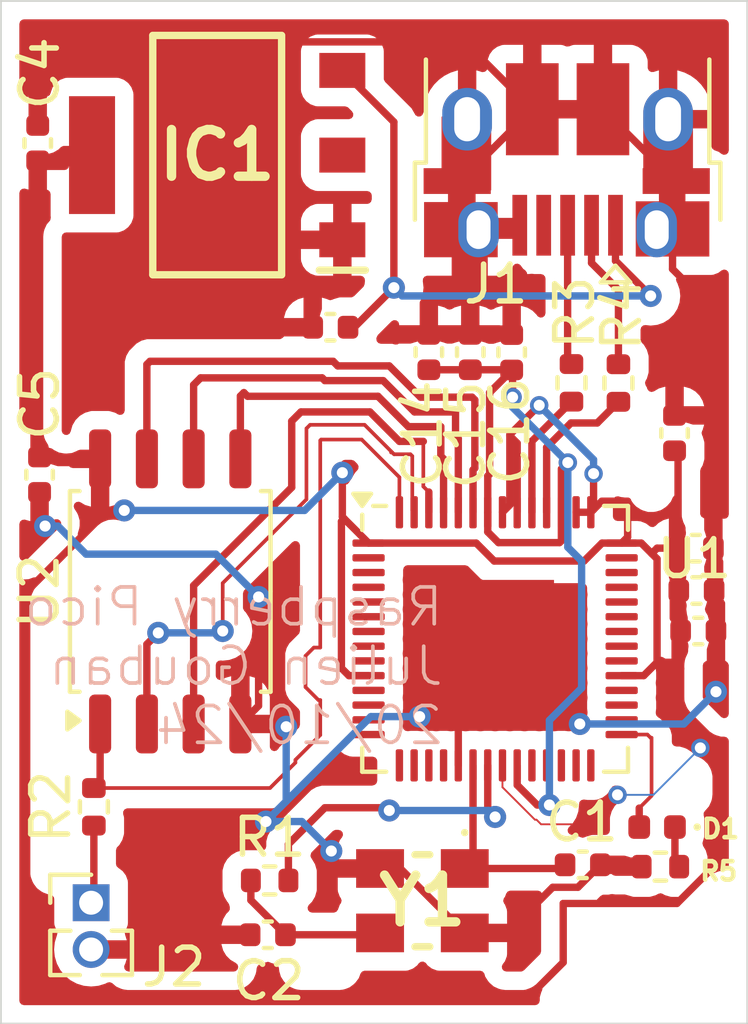
<source format=kicad_pcb>
(kicad_pcb (version 20240108) (generator "pcbnew") (generator_version "8.0")
  (layers (0 "F.Cu" signal) (31 "B.Cu" signal) (34 "B.Paste" user) (35 "F.Paste" user) (36 "B.SilkS" user "B.Silkscreen") (37 "F.SilkS" user "F.Silkscreen") (38 "B.Mask" user) (39 "F.Mask" user) (44 "Edge.Cuts" user))
  (net 0 "")
  (net 1 "/XIN")
  (net 2 "GND")
  (net 3 "Net-(Y1-CRYSTAL_2)")
  (net 4 "/VBus")
  (net 5 "+3.3V")
  (net 6 "+1V1")
  (net 7 "/GPIO18")
  (net 8 "Net-(D1-K)")
  (net 9 "/USB_D+")
  (net 10 "/USB_D-")
  (net 12 "/USB_BOOT")
  (net 13 "/XOUT")
  (net 14 "/QSPI_SS")
  (net 15 "Net-(U1-USB_DP)")
  (net 16 "Net-(U1-USB_DM)")
  (net 18 "/SWCLK")
  (net 21 "/QSPI_SCLK")
  (net 23 "/QSPI_SD2")
  (net 26 "/QSPI_SD1")
  (net 33 "/RUN")
  (net 39 "/QSPI_SD3")
  (net 45 "/SWD")
  (net 53 "/QSPI_SD0")
  (footprint "Resistor_SMD:R_0402_1005Metric" (layer "F.Cu") (at 28.5 23.215 -90)
    (property "Reference" "R4" (at -1.865 -0.0875 90) (layer "F.SilkS"))
    (property "Value" "27ohms" (hide yes))
    (pad "1" smd roundrect (at -0.51 0 270) (size 0.54 0.64) (layers "F.Cu" "F.Paste" "F.Mask") (net 10 "/USB_D-"))
    (pad "2" smd roundrect (at 0.51 0 270) (size 0.54 0.64) (layers "F.Cu" "F.Paste" "F.Mask") (net 16 "Net-(U1-USB_DM)"))
  )
  (footprint "Crystal ABM8:ABM8272T3" (layer "F.Cu") (at 23.175 37.275 180)
    (property "Reference" "Y1" (at 0 0 0) (layer "F.SilkS") (effects (font (size 1.27 1.27) (thickness 0.254))))
    (property "Value" "ABM8-272-T3" (hide yes))
    (pad "1" smd rect (at -1.15 0.875 270) (size 1.05 1.3) (layers "F.Cu" "F.Paste" "F.Mask") (net 1 "/XIN"))
    (pad "2" smd rect (at 1.15 0.875 270) (size 1.05 1.3) (layers "F.Cu" "F.Paste" "F.Mask") (net 2 "GND"))
    (pad "3" smd rect (at 1.15 -0.875 270) (size 1.05 1.3) (layers "F.Cu" "F.Paste" "F.Mask") (net 3 "Net-(Y1-CRYSTAL_2)"))
    (pad "4" smd rect (at -1.15 -0.875 270) (size 1.05 1.3) (layers "F.Cu" "F.Paste" "F.Mask") (net 2 "GND"))
  )
  (footprint "Capacitor_SMD:C_0402_1005Metric" (layer "F.Cu") (at 12.725 16.7 90)
    (property "Reference" "C4" (at 1.895 0.05 90) (layer "F.SilkS"))
    (property "Value" "10uf" (hide yes))
    (pad "1" smd roundrect (at -0.48 0 90) (size 0.56 0.62) (layers "F.Cu" "F.Paste" "F.Mask") (net 5 "+3.3V"))
    (pad "2" smd roundrect (at 0.48 0 90) (size 0.56 0.62) (layers "F.Cu" "F.Paste" "F.Mask") (net 2 "GND"))
  )
  (footprint "Capacitor_SMD:C_0402_1005Metric" (layer "F.Cu") (at 27.53 36.3)
    (property "Reference" "C1" (at -0.025 -1.16 0) (layer "F.SilkS"))
    (property "Value" "15pf" (hide yes))
    (pad "1" smd roundrect (at -0.48 0) (size 0.56 0.62) (layers "F.Cu" "F.Paste" "F.Mask") (net 1 "/XIN"))
    (pad "2" smd roundrect (at 0.48 0) (size 0.56 0.62) (layers "F.Cu" "F.Paste" "F.Mask") (net 2 "GND"))
  )
  (footprint "Resistor_SMD:R_0402_1005Metric" (layer "F.Cu") (at 29.64 36.35)
    (property "Reference" "R5" (at 1.585 0.125 0) (layer "F.SilkS") (effects (font (size 0.5 0.5) (thickness 0.125))))
    (property "Value" "220ohms" (hide yes))
    (pad "1" smd roundrect (at -0.51 0) (size 0.54 0.64) (layers "F.Cu" "F.Paste" "F.Mask") (net 2 "GND"))
    (pad "2" smd roundrect (at 0.51 0) (size 0.54 0.64) (layers "F.Cu" "F.Paste" "F.Mask") (net 8 "Net-(D1-K)"))
  )
  (footprint "Capacitor_SMD:C_0402_1005Metric" (layer "F.Cu") (at 30.67 29.95)
    (property "Reference" "C7" (hide yes))
    (property "Value" "100nf" (hide yes))
    (pad "1" smd roundrect (at -0.48 0) (size 0.56 0.62) (layers "F.Cu" "F.Paste" "F.Mask") (net 5 "+3.3V"))
    (pad "2" smd roundrect (at 0.48 0) (size 0.56 0.62) (layers "F.Cu" "F.Paste" "F.Mask") (net 2 "GND"))
  )
  (footprint "Resistor_SMD:R_0402_1005Metric" (layer "F.Cu") (at 27.225 23.21 -90)
    (property "Reference" "R3" (at -1.905 -0.0875 90) (layer "F.SilkS"))
    (property "Value" "27ohms" (hide yes))
    (pad "1" smd roundrect (at -0.51 0 270) (size 0.54 0.64) (layers "F.Cu" "F.Paste" "F.Mask") (net 9 "/USB_D+"))
    (pad "2" smd roundrect (at 0.51 0 270) (size 0.54 0.64) (layers "F.Cu" "F.Paste" "F.Mask") (net 15 "Net-(U1-USB_DP)"))
  )
  (footprint "Connector_USB:USB_Micro-B_Amphenol_10103594-0001LF_Horizontal" (layer "F.Cu") (at 27.095 17.165 180)
    (property "Reference" "J1" (at 1.925 -3.365 0) (layer "F.SilkS"))
    (property "Value" "USB_B_Micro" (hide yes))
    (pad "1" smd rect (at -1.325 -1.765 270) (size 1.65 0.4) (layers "F.Cu" "F.Paste" "F.Mask") (net 4 "/VBus"))
    (pad "2" smd rect (at -0.675 -1.765 270) (size 1.65 0.4) (layers "F.Cu" "F.Paste" "F.Mask") (net 10 "/USB_D-"))
    (pad "3" smd rect (at -0.025 -1.765 270) (size 1.65 0.4) (layers "F.Cu" "F.Paste" "F.Mask") (net 9 "/USB_D+"))
    (pad "4" smd rect (at 0.625 -1.765 270) (size 1.65 0.4) (layers "F.Cu" "F.Paste" "F.Mask"))
    (pad "5" smd rect (at 1.275 -1.765 270) (size 1.65 0.4) (layers "F.Cu" "F.Paste" "F.Mask") (net 2 "GND"))
    (pad "6" smd rect (at -2.975 -0.565 180) (size 1.825 0.7) (layers "F.Cu" "F.Paste" "F.Mask") (net 2 "GND"))
    (pad "6" smd rect (at -2.875 -1.865 180) (size 2 1.5) (layers "F.Cu" "F.Paste" "F.Mask") (net 2 "GND"))
    (pad "6" smd rect (at -2.755 0.185 180) (size 1.35 2) (layers "F.Cu" "F.Paste" "F.Mask") (net 2 "GND"))
    (pad "6" thru_hole oval (at -2.755 1.115 270) (size 1.7 1.35) (drill oval 1.2 0.7) (layers "*.Cu" "*.Mask") (net 2 "GND"))
    (pad "6" thru_hole oval (at -2.445 -1.885 270) (size 1.5 1.1) (drill oval 1.05 0.65) (layers "*.Cu" "*.Mask") (net 2 "GND"))
    (pad "6" smd rect (at -0.985 1.385 270) (size 2.5 1.43) (layers "F.Cu" "F.Paste" "F.Mask") (net 2 "GND"))
    (pad "6" smd rect (at 0.935 1.385 270) (size 2.5 1.43) (layers "F.Cu" "F.Paste" "F.Mask") (net 2 "GND"))
    (pad "6" thru_hole oval (at 2.395 -1.885 270) (size 1.5 1.1) (drill oval 1.05 0.65) (layers "*.Cu" "*.Mask") (net 2 "GND"))
    (pad "6" thru_hole oval (at 2.705 1.115 270) (size 1.7 1.35) (drill oval 1.2 0.7) (layers "*.Cu" "*.Mask") (net 2 "GND"))
    (pad "6" smd rect (at 2.725 0.185 180) (size 1.35 2) (layers "F.Cu" "F.Paste" "F.Mask") (net 2 "GND"))
    (pad "6" smd rect (at 2.875 -1.885 180) (size 2 1.5) (layers "F.Cu" "F.Paste" "F.Mask") (net 2 "GND"))
    (pad "6" smd rect (at 2.975 -0.565 180) (size 1.825 0.7) (layers "F.Cu" "F.Paste" "F.Mask") (net 2 "GND"))
  )
  (footprint "Capacitor_SMD:C_0402_1005Metric" (layer "F.Cu") (at 20.675 21.7 180)
    (property "Reference" "C3" (hide yes))
    (property "Value" "10uf" (hide yes))
    (pad "1" smd roundrect (at -0.48 0 180) (size 0.56 0.62) (layers "F.Cu" "F.Paste" "F.Mask") (net 4 "/VBus"))
    (pad "2" smd roundrect (at 0.48 0 180) (size 0.56 0.62) (layers "F.Cu" "F.Paste" "F.Mask") (net 2 "GND"))
  )
  (footprint "Capacitor_SMD:C_0402_1005Metric" (layer "F.Cu") (at 30.025 24.575 90)
    (property "Reference" "C13" (hide yes))
    (property "Value" "1uf" (hide yes))
    (pad "1" smd roundrect (at -0.48 0 90) (size 0.56 0.62) (layers "F.Cu" "F.Paste" "F.Mask") (net 5 "+3.3V"))
    (pad "2" smd roundrect (at 0.48 0 90) (size 0.56 0.62) (layers "F.Cu" "F.Paste" "F.Mask") (net 2 "GND"))
  )
  (footprint "LED_SMD:LED_0402_1005Metric" (layer "F.Cu") (at 29.55 35.275 180)
    (property "Reference" "D1" (at -1.725 -0.05 0) (layer "F.SilkS") (effects (font (size 0.5 0.5) (thickness 0.125))))
    (property "Value" "LD274" (hide yes))
    (pad "1" smd roundrect (at -0.485 0 180) (size 0.59 0.64) (layers "F.Cu" "F.Paste" "F.Mask") (net 8 "Net-(D1-K)"))
    (pad "2" smd roundrect (at 0.485 0 180) (size 0.59 0.64) (layers "F.Cu" "F.Paste" "F.Mask") (net 7 "/GPIO18"))
  )
  (footprint "Capacitor_SMD:C_0402_1005Metric" (layer "F.Cu") (at 25.6 22.38 90)
    (property "Reference" "C16" (at -2.145 -0.05 90) (layer "F.SilkS"))
    (property "Value" "100nf" (hide yes))
    (pad "1" smd roundrect (at -0.48 0 90) (size 0.56 0.62) (layers "F.Cu" "F.Paste" "F.Mask") (net 6 "+1V1"))
    (pad "2" smd roundrect (at 0.48 0 90) (size 0.56 0.62) (layers "F.Cu" "F.Paste" "F.Mask") (net 2 "GND"))
  )
  (footprint "Resistor_SMD:R_0402_1005Metric" (layer "F.Cu") (at 14.25 34.725 90)
    (property "Reference" "R2" (at 0 -1.17 90) (layer "F.SilkS"))
    (property "Value" "1K" (hide yes))
    (pad "1" smd roundrect (at -0.51 0 90) (size 0.54 0.64) (layers "F.Cu" "F.Paste" "F.Mask") (net 12 "/USB_BOOT"))
    (pad "2" smd roundrect (at 0.51 0 90) (size 0.54 0.64) (layers "F.Cu" "F.Paste" "F.Mask") (net 14 "/QSPI_SS"))
  )
  (footprint "NCP1117:SOT230P700X180-4N" (layer "F.Cu") (at 17.6 17.025 180)
    (property "Reference" "IC1" (at 0 0 0) (layer "F.SilkS") (effects (font (size 1.27 1.27) (thickness 0.254))))
    (property "Value" "NCP1117ST33T3G" (hide yes))
    (pad "1" smd rect (at -3.4 -2.3 270) (size 0.95 1.25) (layers "F.Cu" "F.Paste" "F.Mask") (net 2 "GND"))
    (pad "2" smd rect (at -3.4 0 270) (size 0.95 1.25) (layers "F.Cu" "F.Paste" "F.Mask"))
    (pad "3" smd rect (at -3.4 2.3 270) (size 0.95 1.25) (layers "F.Cu" "F.Paste" "F.Mask") (net 4 "/VBus"))
    (pad "4" smd rect (at 3.4 0 180) (size 1.25 3.2) (layers "F.Cu" "F.Paste" "F.Mask") (net 5 "+3.3V"))
  )
  (footprint "Capacitor_SMD:C_0402_1005Metric" (layer "F.Cu") (at 23.35 22.375 90)
    (property "Reference" "C14" (at -2.23 -0.175 90) (layer "F.SilkS"))
    (property "Value" "1uf" (hide yes))
    (pad "1" smd roundrect (at -0.48 0 90) (size 0.56 0.62) (layers "F.Cu" "F.Paste" "F.Mask") (net 6 "+1V1"))
    (pad "2" smd roundrect (at 0.48 0 90) (size 0.56 0.62) (layers "F.Cu" "F.Paste" "F.Mask") (net 2 "GND"))
  )
  (footprint "Capacitor_SMD:C_0402_1005Metric" (layer "F.Cu") (at 24.475 22.375 90)
    (property "Reference" "C15" (at -2.25 -0.125 90) (layer "F.SilkS"))
    (property "Value" "100nf" (hide yes))
    (pad "1" smd roundrect (at -0.48 0 90) (size 0.56 0.62) (layers "F.Cu" "F.Paste" "F.Mask") (net 6 "+1V1"))
    (pad "2" smd roundrect (at 0.48 0 90) (size 0.56 0.62) (layers "F.Cu" "F.Paste" "F.Mask") (net 2 "GND"))
  )
  (footprint "Package_SO:SOIC-8_5.23x5.23mm_P1.27mm" (layer "F.Cu") (at 16.325 28.875 90)
    (property "Reference" "U2" (at 0 -3.56 90) (layer "F.SilkS"))
    (property "Value" "W25Q128JVS" (hide yes))
    (pad "1" smd roundrect (at -3.6 -1.905 90) (size 1.6 0.6) (layers "F.Cu" "F.Paste" "F.Mask") (net 14 "/QSPI_SS"))
    (pad "2" smd roundrect (at -3.6 -0.635 90) (size 1.6 0.6) (layers "F.Cu" "F.Paste" "F.Mask") (net 26 "/QSPI_SD1"))
    (pad "3" smd roundrect (at -3.6 0.635 90) (size 1.6 0.6) (layers "F.Cu" "F.Paste" "F.Mask") (net 23 "/QSPI_SD2"))
    (pad "4" smd roundrect (at -3.6 1.905 90) (size 1.6 0.6) (layers "F.Cu" "F.Paste" "F.Mask") (net 2 "GND"))
    (pad "5" smd roundrect (at 3.6 1.905 90) (size 1.6 0.6) (layers "F.Cu" "F.Paste" "F.Mask") (net 53 "/QSPI_SD0"))
    (pad "6" smd roundrect (at 3.6 0.635 90) (size 1.6 0.6) (layers "F.Cu" "F.Paste" "F.Mask") (net 21 "/QSPI_SCLK"))
    (pad "7" smd roundrect (at 3.6 -0.635 90) (size 1.6 0.6) (layers "F.Cu" "F.Paste" "F.Mask") (net 39 "/QSPI_SD3"))
    (pad "8" smd roundrect (at 3.6 -1.905 90) (size 1.6 0.6) (layers "F.Cu" "F.Paste" "F.Mask") (net 5 "+3.3V"))
  )
  (footprint "Capacitor_SMD:C_0402_1005Metric" (layer "F.Cu") (at 12.775 25.705 -90)
    (property "Reference" "C5" (at -1.925 0 90) (layer "F.SilkS"))
    (property "Value" "100nf" (hide yes))
    (pad "1" smd roundrect (at -0.48 0 270) (size 0.56 0.62) (layers "F.Cu" "F.Paste" "F.Mask") (net 5 "+3.3V"))
    (pad "2" smd roundrect (at 0.48 0 270) (size 0.56 0.62) (layers "F.Cu" "F.Paste" "F.Mask") (net 2 "GND"))
  )
  (footprint "Resistor_SMD:R_0402_1005Metric" (layer "F.Cu") (at 19.025 36.725)
    (property "Reference" "R1" (at 0 -1.17 0) (layer "F.SilkS"))
    (property "Value" "1K" (hide yes))
    (pad "1" smd roundrect (at -0.51 0) (size 0.54 0.64) (layers "F.Cu" "F.Paste" "F.Mask") (net 3 "Net-(Y1-CRYSTAL_2)"))
    (pad "2" smd roundrect (at 0.51 0) (size 0.54 0.64) (layers "F.Cu" "F.Paste" "F.Mask") (net 13 "/XOUT"))
  )
  (footprint "Package_DFN_QFN:QFN-56-1EP_7x7mm_P0.4mm_EP3.2x3.2mm" (layer "F.Cu") (at 25.15 30.1625)
    (property "Reference" "U1" (at 5.4125 -2.175 0) (layer "F.SilkS"))
    (property "Value" "RP2040" (hide yes))
    (pad "1" smd roundrect (at -3.4375 -2.6) (size 0.875 0.2) (layers "F.Cu" "F.Paste" "F.Mask") (net 5 "+3.3V"))
    (pad "2" smd roundrect (at -3.4375 -2.2) (size 0.875 0.2) (layers "F.Cu" "F.Paste" "F.Mask"))
    (pad "3" smd roundrect (at -3.4375 -1.8) (size 0.875 0.2) (layers "F.Cu" "F.Paste" "F.Mask"))
    (pad "4" smd roundrect (at -3.4375 -1.4) (size 0.875 0.2) (layers "F.Cu" "F.Paste" "F.Mask"))
    (pad "5" smd roundrect (at -3.4375 -1) (size 0.875 0.2) (layers "F.Cu" "F.Paste" "F.Mask"))
    (pad "6" smd roundrect (at -3.4375 -0.6) (size 0.875 0.2) (layers "F.Cu" "F.Paste" "F.Mask"))
    (pad "7" smd roundrect (at -3.4375 -0.2) (size 0.875 0.2) (layers "F.Cu" "F.Paste" "F.Mask"))
    (pad "8" smd roundrect (at -3.4375 0.2) (size 0.875 0.2) (layers "F.Cu" "F.Paste" "F.Mask"))
    (pad "9" smd roundrect (at -3.4375 0.6) (size 0.875 0.2) (layers "F.Cu" "F.Paste" "F.Mask"))
    (pad "10" smd roundrect (at -3.4375 1) (size 0.875 0.2) (layers "F.Cu" "F.Paste" "F.Mask") (net 5 "+3.3V"))
    (pad "11" smd roundrect (at -3.4375 1.4) (size 0.875 0.2) (layers "F.Cu" "F.Paste" "F.Mask"))
    (pad "12" smd roundrect (at -3.4375 1.8) (size 0.875 0.2) (layers "F.Cu" "F.Paste" "F.Mask"))
    (pad "13" smd roundrect (at -3.4375 2.2) (size 0.875 0.2) (layers "F.Cu" "F.Paste" "F.Mask"))
    (pad "14" smd roundrect (at -3.4375 2.6) (size 0.875 0.2) (layers "F.Cu" "F.Paste" "F.Mask"))
    (pad "15" smd roundrect (at -2.6 3.4375) (size 0.2 0.875) (layers "F.Cu" "F.Paste" "F.Mask"))
    (pad "16" smd roundrect (at -2.2 3.4375) (size 0.2 0.875) (layers "F.Cu" "F.Paste" "F.Mask"))
    (pad "17" smd roundrect (at -1.8 3.4375) (size 0.2 0.875) (layers "F.Cu" "F.Paste" "F.Mask"))
    (pad "18" smd roundrect (at -1.4 3.4375) (size 0.2 0.875) (layers "F.Cu" "F.Paste" "F.Mask"))
    (pad "19" smd roundrect (at -1 3.4375) (size 0.2 0.875) (layers "F.Cu" "F.Paste" "F.Mask") (net 2 "GND"))
    (pad "20" smd roundrect (at -0.6 3.4375) (size 0.2 0.875) (layers "F.Cu" "F.Paste" "F.Mask") (net 1 "/XIN"))
    (pad "21" smd roundrect (at -0.2 3.4375) (size 0.2 0.875) (layers "F.Cu" "F.Paste" "F.Mask") (net 13 "/XOUT"))
    (pad "22" smd roundrect (at 0.2 3.4375) (size 0.2 0.875) (layers "F.Cu" "F.Paste" "F.Mask") (net 5 "+3.3V"))
    (pad "23" smd roundrect (at 0.6 3.4375) (size 0.2 0.875) (layers "F.Cu" "F.Paste" "F.Mask") (net 6 "+1V1"))
    (pad "24" smd roundrect (at 1 3.4375) (size 0.2 0.875) (layers "F.Cu" "F.Paste" "F.Mask") (net 18 "/SWCLK"))
    (pad "25" smd roundrect (at 1.4 3.4375) (size 0.2 0.875) (layers "F.Cu" "F.Paste" "F.Mask") (net 45 "/SWD"))
    (pad "26" smd roundrect (at 1.8 3.4375) (size 0.2 0.875) (layers "F.Cu" "F.Paste" "F.Mask") (net 33 "/RUN"))
    (pad "27" smd roundrect (at 2.2 3.4375) (size 0.2 0.875) (layers "F.Cu" "F.Paste" "F.Mask"))
    (pad "28" smd roundrect (at 2.6 3.4375) (size 0.2 0.875) (layers "F.Cu" "F.Paste" "F.Mask"))
    (pad "29" smd roundrect (at 3.4375 2.6) (size 0.875 0.2) (layers "F.Cu" "F.Paste" "F.Mask") (net 7 "/GPIO18"))
    (pad "30" smd roundrect (at 3.4375 2.2) (size 0.875 0.2) (layers "F.Cu" "F.Paste" "F.Mask"))
    (pad "31" smd roundrect (at 3.4375 1.8) (size 0.875 0.2) (layers "F.Cu" "F.Paste" "F.Mask"))
    (pad "32" smd roundrect (at 3.4375 1.4) (size 0.875 0.2) (layers "F.Cu" "F.Paste" "F.Mask"))
    (pad "33" smd roundrect (at 3.4375 1) (size 0.875 0.2) (layers "F.Cu" "F.Paste" "F.Mask") (net 5 "+3.3V"))
    (pad "34" smd roundrect (at 3.4375 0.6) (size 0.875 0.2) (layers "F.Cu" "F.Paste" "F.Mask"))
    (pad "35" smd roundrect (at 3.4375 0.2) (size 0.875 0.2) (layers "F.Cu" "F.Paste" "F.Mask"))
    (pad "36" smd roundrect (at 3.4375 -0.2) (size 0.875 0.2) (layers "F.Cu" "F.Paste" "F.Mask"))
    (pad "37" smd roundrect (at 3.4375 -0.6) (size 0.875 0.2) (layers "F.Cu" "F.Paste" "F.Mask"))
    (pad "38" smd roundrect (at 3.4375 -1) (size 0.875 0.2) (layers "F.Cu" "F.Paste" "F.Mask"))
    (pad "39" smd roundrect (at 3.4375 -1.4) (size 0.875 0.2) (layers "F.Cu" "F.Paste" "F.Mask"))
    (pad "40" smd roundrect (at 3.4375 -1.8) (size 0.875 0.2) (layers "F.Cu" "F.Paste" "F.Mask"))
    (pad "41" smd roundrect (at 3.4375 -2.2) (size 0.875 0.2) (layers "F.Cu" "F.Paste" "F.Mask"))
    (pad "42" smd roundrect (at 3.4375 -2.6) (size 0.875 0.2) (layers "F.Cu" "F.Paste" "F.Mask") (net 5 "+3.3V"))
    (pad "43" smd roundrect (at 2.6 -3.4375) (size 0.2 0.875) (layers "F.Cu" "F.Paste" "F.Mask") (net 5 "+3.3V"))
    (pad "44" smd roundrect (at 2.2 -3.4375) (size 0.2 0.875) (layers "F.Cu" "F.Paste" "F.Mask") (net 5 "+3.3V"))
    (pad "45" smd roundrect (at 1.8 -3.4375) (size 0.2 0.875) (layers "F.Cu" "F.Paste" "F.Mask") (net 6 "+1V1"))
    (pad "46" smd roundrect (at 1.4 -3.4375) (size 0.2 0.875) (layers "F.Cu" "F.Paste" "F.Mask") (net 16 "Net-(U1-USB_DM)"))
    (pad "47" smd roundrect (at 1 -3.4375) (size 0.2 0.875) (layers "F.Cu" "F.Paste" "F.Mask") (net 15 "Net-(U1-USB_DP)"))
    (pad "48" smd roundrect (at 0.6 -3.4375) (size 0.2 0.875) (layers "F.Cu" "F.Paste" "F.Mask") (net 5 "+3.3V"))
    (pad "49" smd roundrect (at 0.2 -3.4375) (size 0.2 0.875) (layers "F.Cu" "F.Paste" "F.Mask") (net 5 "+3.3V"))
    (pad "50" smd roundrect (at -0.2 -3.4375) (size 0.2 0.875) (layers "F.Cu" "F.Paste" "F.Mask") (net 6 "+1V1"))
    (pad "51" smd roundrect (at -0.6 -3.4375) (size 0.2 0.875) (layers "F.Cu" "F.Paste" "F.Mask") (net 39 "/QSPI_SD3"))
    (pad "52" smd roundrect (at -1 -3.4375) (size 0.2 0.875) (layers "F.Cu" "F.Paste" "F.Mask") (net 21 "/QSPI_SCLK"))
    (pad "53" smd roundrect (at -1.4 -3.4375) (size 0.2 0.875) (layers "F.Cu" "F.Paste" "F.Mask") (net 53 "/QSPI_SD0"))
    (pad "54" smd roundrect (at -1.8 -3.4375) (size 0.2 0.875) (layers "F.Cu" "F.Paste" "F.Mask") (net 23 "/QSPI_SD2"))
    (pad "55" smd roundrect (at -2.2 -3.4375) (size 0.2 0.875) (layers "F.Cu" "F.Paste" "F.Mask") (net 26 "/QSPI_SD1"))
    (pad "56" smd roundrect (at -2.6 -3.4375) (size 0.2 0.875) (layers "F.Cu" "F.Paste" "F.Mask") (net 14 "/QSPI_SS"))
    (pad "57" smd rect (at 0 0) (size 3.2 3.2) (property pad_prop_heatsink) (layers "F.Cu" "F.Mask") (net 2 "GND"))
  )
  (footprint "Capacitor_SMD:C_0402_1005Metric" (layer "F.Cu") (at 30.6 27.7)
    (property "Reference" "C8" (hide yes))
    (property "Value" "100nf" (hide yes))
    (pad "1" smd roundrect (at -0.48 0) (size 0.56 0.62) (layers "F.Cu" "F.Paste" "F.Mask") (net 5 "+3.3V"))
    (pad "2" smd roundrect (at 0.48 0) (size 0.56 0.62) (layers "F.Cu" "F.Paste" "F.Mask") (net 2 "GND"))
  )
  (footprint "Capacitor_SMD:C_0402_1005Metric" (layer "F.Cu") (at 18.975 38.2)
    (property "Reference" "C2" (at 0.025 1.25 0) (layer "F.SilkS"))
    (property "Value" "15pf" (hide yes))
    (pad "1" smd roundrect (at -0.48 0) (size 0.56 0.62) (layers "F.Cu" "F.Paste" "F.Mask") (net 2 "GND"))
    (pad "2" smd roundrect (at 0.48 0) (size 0.56 0.62) (layers "F.Cu" "F.Paste" "F.Mask") (net 3 "Net-(Y1-CRYSTAL_2)"))
  )
  (footprint "Capacitor_SMD:C_0402_1005Metric" (layer "F.Cu") (at 30.62 28.85)
    (property "Reference" "C6" (hide yes))
    (property "Value" "100nf" (hide yes))
    (pad "1" smd roundrect (at -0.48 0) (size 0.56 0.62) (layers "F.Cu" "F.Paste" "F.Mask") (net 5 "+3.3V"))
    (pad "2" smd roundrect (at 0.48 0) (size 0.56 0.62) (layers "F.Cu" "F.Paste" "F.Mask") (net 2 "GND"))
  )
  (footprint "Connector_PinHeader_1.27mm:PinHeader_1x02_P1.27mm_Vertical" (layer "F.Cu") (at 14.175 37.33)
    (property "Reference" "J2" (at 2.25 1.75 0) (layer "F.SilkS"))
    (property "Value" "Conn_01x02" (hide yes))
    (pad "1" thru_hole rect (at 0 0) (size 1 1) (drill 0.65) (layers "*.Cu" "*.Mask") (net 12 "/USB_BOOT"))
    (pad "2" thru_hole oval (at 0 1.27) (size 1 1) (drill 0.65) (layers "*.Cu" "*.Mask") (net 2 "GND"))
  )
  (gr_rect (start 11.725 12.8375) (end 32 40.6125) (stroke (width 0.05)) (fill none) (layer "Edge.Cuts"))
  (gr_text "Raspberry Pico\nJulien Gouban\n20/10/24\n" (at 23.8 33.1 0) (layer "B.SilkS") (effects (font (size 1 1) (thickness 0.1)) (justify left bottom mirror)))
  (segment (start 26.95 36.4) (end 27.05 36.3) (width 0.2) (layer "F.Cu") (net 1))
  (segment (start 24.55 36.175) (end 24.55 33.6) (width 0.2) (layer "F.Cu") (net 1))
  (segment (start 24.325 36.4) (end 24.55 36.175) (width 0.2) (layer "F.Cu") (net 1))
  (segment (start 24.325 36.4) (end 26.95 36.4) (width 0.2) (layer "F.Cu") (net 1))
  (segment (start 29.28 16.98) (end 29.85 16.98) (width 0.2) (layer "F.Cu") (net 2))
  (segment (start 12.775 26.185) (end 12.775 26.95) (width 0.2) (layer "F.Cu") (net 2))
  (segment (start 23.205 21.75) (end 23.35 21.895) (width 0.2) (layer "F.Cu") (net 2))
  (segment (start 25.15 30.1625) (end 25.35 30.3625) (width 0.2) (layer "F.Cu") (net 2))
  (segment (start 18.6 19.475) (end 18.75 19.325) (width 0.2) (layer "F.Cu") (net 2))
  (segment (start 27.4 36.91) (end 26.715 36.91) (width 0.2) (layer "F.Cu") (net 2))
  (segment (start 18.725 31.98) (end 18.23 32.475) (width 0.2) (layer "F.Cu") (net 2))
  (segment (start 18.725 29.025) (end 18.725 31.98) (width 0.2) (layer "F.Cu") (net 2))
  (segment (start 22.575 36.4) (end 24.325 38.15) (width 0.2) (layer "F.Cu") (net 2))
  (segment (start 24.33 13.95) (end 19.175 13.95) (width 0.2) (layer "F.Cu") (net 2))
  (segment (start 26.16 15.78) (end 24.33 13.95) (width 0.2) (layer "F.Cu") (net 2))
  (segment (start 24.15 31.1625) (end 24.15 33.6) (width 0.2) (layer "F.Cu") (net 2))
  (segment (start 22.025 36.4) (end 22.575 36.4) (width 0.2) (layer "F.Cu") (net 2))
  (segment (start 24.96 16.98) (end 24.37 16.98) (width 0.2) (layer "F.Cu") (net 2))
  (segment (start 26.15 31.1625) (end 25.15 30.1625) (width 0.2) (layer "F.Cu") (net 2))
  (segment (start 12.775 26.95) (end 12.925 27.1) (width 0.2) (layer "F.Cu") (net 2))
  (segment (start 28.08 15.78) (end 29.28 16.98) (width 0.2) (layer "F.Cu") (net 2))
  (segment (start 28.01 36.3) (end 27.4 36.91) (width 0.2) (layer "F.Cu") (net 2))
  (segment (start 18.6 14.525) (end 18.6 19.475) (width 0.2) (layer "F.Cu") (net 2))
  (segment (start 19.175 13.95) (end 18.6 14.525) (width 0.2) (layer "F.Cu") (net 2))
  (segment (start 26.16 15.78) (end 24.96 16.98) (width 0.2) (layer "F.Cu") (net 2))
  (segment (start 29.97 19.03) (end 29.97 20.12) (width 0.2) (layer "F.Cu") (net 2))
  (segment (start 29.97 20.12) (end 30.875 21.025) (width 0.2) (layer "F.Cu") (net 2))
  (segment (start 31.105 29.775) (end 31.13 29.8) (width 0.2) (layer "F.Cu") (net 2))
  (segment (start 25.15 30.1625) (end 24.15 31.1625) (width 0.2) (layer "F.Cu") (net 2))
  (segment (start 26.715 36.91) (end 26.35 37.275) (width 0.2) (layer "F.Cu") (net 2))
  (segment (start 31.05 27.67) (end 31.08 27.7) (width 0.2) (layer "F.Cu") (net 2))
  (segment (start 18.75 19.325) (end 21 19.325) (width 0.2) (layer "F.Cu") (net 2))
  (segment (start 25.125 30.1375) (end 25.15 30.1625) (width 0.2) (layer "F.Cu") (net 2))
  (via (at 18.925 35.125) (size 0.6) (drill 0.3) (layers "F.Cu" "B.Cu") (net 2))
  (via (at 31.15 31.6) (size 0.6) (drill 0.3) (layers "F.Cu" "B.Cu") (net 2))
  (via (at 19.475 32.55) (size 0.6) (drill 0.3) (layers "F.Cu" "B.Cu") (net 2))
  (via (at 12.925 27.1) (size 0.6) (drill 0.3) (layers "F.Cu" "B.Cu") (net 2))
  (via (at 23.1 32.275) (size 0.6) (drill 0.3) (layers "F.Cu" "B.Cu") (net 2))
  (via (at 18.725 29.025) (size 0.6) (drill 0.3) (layers "F.Cu" "B.Cu") (net 2))
  (via (at 27.45 32.475) (size 0.6) (drill 0.3) (layers "F.Cu" "B.Cu") (net 2))
  (via (at 20.7 35.925) (size 0.6) (drill 0.3) (layers "F.Cu" "B.Cu") (net 2))
  (segment (start 19.475 32.55) (end 19.475 34.575) (width 0.2) (layer "B.Cu") (net 2))
  (segment (start 27.45 32.475) (end 30.275 32.475) (width 0.2) (layer "B.Cu") (net 2))
  (segment (start 12.925 27.1) (end 13.275 27.1) (width 0.2) (layer "B.Cu") (net 2))
  (segment (start 19.475 34.575) (end 18.925 35.125) (width 0.2) (layer "B.Cu") (net 2))
  (segment (start 19.9 35.125) (end 20.7 35.925) (width 0.2) (layer "B.Cu") (net 2))
  (segment (start 18.925 35.125) (end 19.9 35.125) (width 0.2) (layer "B.Cu") (net 2))
  (segment (start 14.0375 27.8625) (end 17.5625 27.8625) (width 0.2) (layer "B.Cu") (net 2))
  (segment (start 21.775 32.275) (end 19.475 34.575) (width 0.2) (layer "B.Cu") (net 2))
  (segment (start 30.275 32.475) (end 31.15 31.6) (width 0.2) (layer "B.Cu") (net 2))
  (segment (start 23.1 32.275) (end 21.775 32.275) (width 0.2) (layer "B.Cu") (net 2))
  (segment (start 13.275 27.1) (end 14.0375 27.8625) (width 0.2) (layer "B.Cu") (net 2))
  (segment (start 17.5625 27.8625) (end 18.725 29.025) (width 0.2) (layer "B.Cu") (net 2))
  (segment (start 21.975 38.2) (end 22.025 38.15) (width 0.2) (layer "F.Cu") (net 3))
  (segment (start 19.455 38.2) (end 21.975 38.2) (width 0.2) (layer "F.Cu") (net 3))
  (segment (start 18.515 37.26) (end 19.455 38.2) (width 0.2) (layer "F.Cu") (net 3))
  (segment (start 18.515 36.725) (end 18.515 37.26) (width 0.2) (layer "F.Cu") (net 3))
  (segment (start 22.4 20.625) (end 22.4 16.125) (width 0.2) (layer "F.Cu") (net 4))
  (segment (start 22.4 16.125) (end 21 14.725) (width 0.2) (layer "F.Cu") (net 4))
  (segment (start 28.42 19.895) (end 29.375 20.85) (width 0.2) (layer "F.Cu") (net 4))
  (segment (start 28.42 18.93) (end 28.42 19.895) (width 0.2) (layer "F.Cu") (net 4))
  (segment (start 21.155 21.7) (end 21.325 21.7) (width 0.2) (layer "F.Cu") (net 4))
  (segment (start 21.325 21.7) (end 22.4 20.625) (width 0.2) (layer "F.Cu") (net 4))
  (via (at 22.4 20.625) (size 0.6) (drill 0.3) (layers "F.Cu" "B.Cu") (net 4))
  (via (at 29.375 20.85) (size 0.6) (drill 0.3) (layers "F.Cu" "B.Cu") (net 4))
  (segment (start 22.625 20.85) (end 22.4 20.625) (width 0.2) (layer "B.Cu") (net 4))
  (segment (start 29.375 20.85) (end 22.625 20.85) (width 0.2) (layer "B.Cu") (net 4))
  (segment (start 14.42 26.88) (end 12.425 28.875) (width 0.2) (layer "F.Cu") (net 5))
  (segment (start 30.19 29.95) (end 30.19 30.975) (width 0.2) (layer "F.Cu") (net 5))
  (segment (start 30.19 32.035) (end 30.865 32.71) (width 0.2) (layer "F.Cu") (net 5))
  (segment (start 30.19 28.9) (end 30.14 28.85) (width 0.2) (layer "F.Cu") (net 5))
  (segment (start 27.675 35.2) (end 28.475 34.4) (width 0.05) (layer "F.Cu") (net 5))
  (segment (start 26.23152 35.075) (end 26.275 35.075) (width 0.05) (layer "F.Cu") (net 5))
  (segment (start 30.015 30.8) (end 30.19 30.975) (width 0.2) (layer "F.Cu") (net 5))
  (segment (start 20.975 26.975) (end 21.05 26.9) (width 0.2) (layer "F.Cu") (net 5))
  (segment (start 14.045 17.18) (end 14.2 17.025) (width 0.2) (layer "F.Cu") (net 5))
  (segment (start 28.05364 27.5625) (end 28.5875 27.5625) (width 0.2) (layer "F.Cu") (net 5))
  (segment (start 15.075 26.675) (end 14.445 26.675) (width 0.2) (layer "F.Cu") (net 5))
  (segment (start 26.15 39.8) (end 27 38.95) (width 0.2) (layer "F.Cu") (net 5))
  (segment (start 29.55 27.99114) (end 29.55 30.8) (width 0.2) (layer "F.Cu") (net 5))
  (segment (start 30.12 28.83) (end 30.14 28.85) (width 0.2) (layer "F.Cu") (net 5))
  (segment (start 27.56614 28.05) (end 28.05364 27.5625) (width 0.2) (layer "F.Cu") (net 5))
  (segment (start 31.155 36.283924) (end 31.155 33) (width 0.2) (layer "F.Cu") (net 5))
  (segment (start 30.865 32.71) (end 31.155 33) (width 0.2) (layer "F.Cu") (net 5))
  (segment (start 21.7125 31.1625) (end 21.17864 31.1625) (width 0.2) (layer "F.Cu") (net 5))
  (segment (start 30.09 27.67) (end 30.12 27.7) (width 0.2) (layer "F.Cu") (net 5))
  (segment (start 27.75 26.725) (end 28.05 26.425) (width 0.2) (layer "F.Cu") (net 5))
  (segment (start 25.55 24.65) (end 25.55 24.617182) (width 0.2) (layer "F.Cu") (net 5))
  (segment (start 27 37.35) (end 30.088924 37.35) (width 0.2) (layer "F.Cu") (net 5))
  (segment (start 28.05 26.425) (end 28.75 26.425) (width 0.2) (layer "F.Cu") (net 5))
  (segment (start 14.42 25.275) (end 14.42 26.65) (width 0.2) (layer "F.Cu") (net 5))
  (segment (start 12.775 25.225) (end 12.775 17.23) (width 0.2) (layer "F.Cu") (net 5))
  (segment (start 25.55 24.65) (end 25.55 26.525) (width 0.2) (layer "F.Cu") (net 5))
  (segment (start 26.275 35.075) (end 26.4 35.2) (width 0.05) (layer "F.Cu") (net 5))
  (segment (start 30.145 29.775) (end 30.17 29.8) (width 0.2) (layer "F.Cu") (net 5))
  (segment (start 12.775 17.23) (end 12.725 17.18) (width 0.2) (layer "F.Cu") (net 5))
  (segment (start 14.445 26.675) (end 14.42 26.65) (width 0.2) (layer "F.Cu") (net 5))
  (segment (start 25.35 34.19348) (end 26.23152 35.075) (width 0.05) (layer "F.Cu") (net 5))
  (segment (start 12.425 28.875) (end 12.425 39.85) (width 0.2) (layer "F.Cu") (net 5))
  (segment (start 21.05 26.9) (end 21.7125 27.5625) (width 0.2) (layer "F.Cu") (net 5))
  (segment (start 29.55 27.7) (end 29.40443 27.84557) (width 0.2) (layer "F.Cu") (net 5))
  (segment (start 28.5875 31.1625) (end 29.1875 31.1625) (width 0.2) (layer "F.Cu") (net 5))
  (segment (start 14.42 25.275) (end 12.825 25.275) (width 0.2) (layer "F.Cu") (net 5))
  (segment (start 25.55 26.525) (end 25.35 26.725) (width 0.2) (layer "F.Cu") (net 5))
  (segment (start 21 26.85) (end 21.05 26.9) (width 0.2) (layer "F.Cu") (net 5))
  (segment (start 27.825 25.675) (end 27.825 26.65) (width 0.2) (layer "F.Cu") (net 5))
  (segment (start 12.725 17.18) (end 14.045 17.18) (width 0.2) (layer "F.Cu") (net 5))
  (segment (start 12.475 39.8) (end 26.15 39.8) (width 0.2) (layer "F.Cu") (net 5))
  (segment (start 25.35 33.6) (end 25.35 34.19348) (width 0.05) (layer "F.Cu") (net 5))
  (segment (start 25.125 28.05) (end 27.56614 28.05) (width 0.2) (layer "F.Cu") (net 5))
  (segment (start 21.17864 31.1625) (end 20.975 30.95886) (width 0.2) (layer "F.Cu") (net 5))
  (segment (start 30.088924 37.35) (end 31.155 36.283924) (width 0.2) (layer "F.Cu") (net 5))
  (segment (start 29.12136 27.5625) (end 29.40443 27.84557) (width 0.2) (layer "F.Cu") (net 5))
  (segment (start 25.75 24.85) (end 25.75 26.725) (width 0.2) (layer "F.Cu") (net 5))
  (segment (start 30.12 27.7) (end 30.12 25.15) (width 0.2) (layer "F.Cu") (net 5))
  (segment (start 30.19 30.975) (end 30.19 32.035) (width 0.2) (layer "F.Cu") (net 5))
  (segment (start 29.55 30.8) (end 30.015 30.8) (width 0.2) (layer "F.Cu") (net 5))
  (segment (start 27.825 26.65) (end 27.75 26.725) (width 0.2) (layer "F.Cu") (net 5))
  (segment (start 14.42 26.65) (end 14.42 26.88) (width 0.2) (layer "F.Cu") (net 5))
  (segment (start 24.6375 27.5625) (end 25.125 28.05) (width 0.2) (layer "F.Cu") (net 5))
  (segment (start 12.425 39.85) (end 12.475 39.8) (width 0.2) (layer "F.Cu") (net 5))
  (segment (start 26.4 35.2) (end 27.675 35.2) (width 0.05) (layer "F.Cu") (net 5))
  (segment (start 30.725 33.125) (end 30.865 32.985) (width 0.2) (layer "F.Cu") (net 5))
  (segment (start 30.12 25.15) (end 30.025 25.055) (width 0.2) (layer "F.Cu") (net 5))
  (segment (start 30.865 32.985) (end 30.865 32.71) (width 0.2) (layer "F.Cu") (net 5))
  (segment (start 21 25.65) (end 21 26.85) (width 0.2) (layer "F.Cu") (net 5))
  (segment (start 30.19 29.95) (end 30.19 28.9) (width 0.2) (layer "F.Cu") (net 5))
  (segment (start 28.5875 27.5625) (end 29.12136 27.5625) (width 0.2) (layer "F.Cu") (net 5))
  (segment (start 27 38.95) (end 27 37.35) (width 0.2) (layer "F.Cu") (net 5))
  (segment (start 25.55 24.65) (end 25.75 24.85) (width 0.2) (layer "F.Cu") (net 5))
  (segment (start 30.12 27.7) (end 29.9825 27.5625) (width 0.2) (layer "F.Cu") (net 5))
  (segment (start 25.55 24.617182) (end 26.3475 23.819682) (width 0.2) (layer "F.Cu") (net 5))
  (segment (start 29.1875 31.1625) (end 29.55 30.8) (width 0.2) (layer "F.Cu") (net 5))
  (segment (start 21.7125 27.5625) (end 24.6375 27.5625) (width 0.2) (layer "F.Cu") (net 5))
  (segment (start 28.75 26.425) (end 28.75 27.4) (width 0.2) (layer "F.Cu") (net 5))
  (segment (start 20.975 30.95886) (end 20.975 26.975) (width 0.2) (layer "F.Cu") (net 5))
  (segment (start 27.35 26.725) (end 27.75 26.725) (width 0.2) (layer "F.Cu") (net 5))
  (segment (start 29.40443 27.84557) (end 29.55 27.99114) (width 0.2) (layer "F.Cu") (net 5))
  (segment (start 12.825 25.275) (end 12.775 25.225) (width 0.2) (layer "F.Cu") (net 5))
  (segment (start 30.12 27.7) (end 29.55 27.7) (width 0.2) (layer "F.Cu") (net 5))
  (segment (start 28.75 27.4) (end 28.5875 27.5625) (width 0.2) (layer "F.Cu") (net 5))
  (segment (start 30.12 27.7) (end 30.12 28.83) (width 0.2) (layer "F.Cu") (net 5))
  (via (at 30.725 33.125) (size 0.5) (drill 0.3) (layers "F.Cu" "B.Cu") (net 5))
  (via (at 26.3475 23.819682) (size 0.5) (drill 0.3) (layers "F.Cu" "B.Cu") (net 5))
  (via (at 21 25.65) (size 0.6) (drill 0.3) (layers "F.Cu" "B.Cu") (net 5))
  (via (at 28.475 34.4) (size 0.5) (drill 0.3) (layers "F.Cu" "B.Cu") (net 5))
  (via (at 15.075 26.675) (size 0.6) (drill 0.3) (layers "F.Cu" "B.Cu") (net 5))
  (via (at 27.825 25.675) (size 0.5) (drill 0.3) (layers "F.Cu" "B.Cu") (net 5))
  (segment (start 29.45 34.4) (end 30.725 33.125) (width 0.05) (layer "B.Cu") (net 5))
  (segment (start 28.475 34.4) (end 29.45 34.4) (width 0.05) (layer "B.Cu") (net 5))
  (segment (start 19.975 26.675) (end 21 25.65) (width 0.2) (layer "B.Cu") (net 5))
  (segment (start 26.3475 23.819682) (end 27.825 25.297182) (width 0.2) (layer "B.Cu") (net 5))
  (segment (start 27.825 25.297182) (end 27.825 25.675) (width 0.2) (layer "B.Cu") (net 5))
  (segment (start 15.075 26.675) (end 19.975 26.675) (width 0.2) (layer "B.Cu") (net 5))
  (segment (start 25 25.690685) (end 24.95 25.740686) (width 0.2) (layer "F.Cu") (net 6))
  (segment (start 26.95 27.5) (end 26.95 26.725) (width 0.2) (layer "F.Cu") (net 6))
  (segment (start 23.35 22.855) (end 24.475 22.855) (width 0.2) (layer "F.Cu") (net 6))
  (segment (start 26.29114 34.675) (end 25.75 34.13386) (width 0.2) (layer "F.Cu") (net 6))
  (segment (start 25.24114 27.55) (end 26.9 27.55) (width 0.2) (layer "F.Cu") (net 6))
  (segment (start 25.6 22.86) (end 25.6 22.875) (width 0.2) (layer "F.Cu") (net 6))
  (segment (start 26.9 27.55) (end 26.95 27.5) (width 0.2) (layer "F.Cu") (net 6))
  (segment (start 26.95 25.55) (end 26.95 26.725) (width 0.2) (layer "F.Cu") (net 6))
  (segment (start 24.475 22.855) (end 25.595 22.855) (width 0.2) (layer "F.Cu") (net 6))
  (segment (start 24.95 27.25886) (end 25.24114 27.55) (width 0.2) (layer "F.Cu") (net 6))
  (segment (start 27.125 25.375) (end 26.95 25.55) (width 0.2) (layer "F.Cu") (net 6))
  (segment (start 25.75 34.13386) (end 25.75 33.6) (width 0.2) (layer "F.Cu") (net 6))
  (segment (start 26.625 34.675) (end 26.29114 34.675) (width 0.2) (layer "F.Cu") (net 6))
  (segment (start 25.595 22.855) (end 25.6 22.86) (width 0.2) (layer "F.Cu") (net 6))
  (segment (start 24.95 26.725) (end 24.95 25.740686) (width 0.2) (layer "F.Cu") (net 6))
  (segment (start 25.6 22.875) (end 25 23.475) (width 0.2) (layer "F.Cu") (net 6))
  (segment (start 25 23.475) (end 25 25.690685) (width 0.2) (layer "F.Cu") (net 6))
  (segment (start 25.625 22.885) (end 25.6 22.86) (width 0.2) (layer "F.Cu") (net 6))
  (segment (start 25.625 23.6) (end 25.625 22.885) (width 0.2) (layer "F.Cu") (net 6))
  (segment (start 24.95 26.725) (end 24.95 27.25886) (width 0.2) (layer "F.Cu") (net 6))
  (via (at 26.625 34.675) (size 0.6) (drill 0.3) (layers "F.Cu" "B.Cu") (net 6))
  (via (at 25.625 23.6) (size 0.5) (drill 0.3) (layers "F.Cu" "B.Cu") (net 6))
  (via (at 27.125 25.375) (size 0.5) (drill 0.3) (layers "F.Cu" "B.Cu") (net 6))
  (segment (start 27.125 25.375) (end 25.625 23.875) (width 0.2) (layer "B.Cu") (net 6))
  (segment (start 26.625 34.675) (end 26.625 32.375) (width 0.2) (layer "B.Cu") (net 6))
  (segment (start 25.625 23.875) (end 25.625 23.6) (width 0.2) (layer "B.Cu") (net 6))
  (segment (start 27.5 31.5) (end 27.5 28.05) (width 0.2) (layer "B.Cu") (net 6))
  (segment (start 27.5 28.05) (end 27.125 27.675) (width 0.2) (layer "B.Cu") (net 6))
  (segment (start 27.125 27.675) (end 27.125 25.375) (width 0.2) (layer "B.Cu") (net 6))
  (segment (start 26.625 32.375) (end 27.5 31.5) (width 0.2) (layer "B.Cu") (net 6))
  (segment (start 29.4 34.425) (end 29.4 32.85) (width 0.1) (layer "F.Cu") (net 7))
  (segment (start 29.065 34.76) (end 29.4 34.425) (width 0.1) (layer "F.Cu") (net 7))
  (segment (start 29.065 35.275) (end 29.065 34.76) (width 0.2) (layer "F.Cu") (net 7))
  (segment (start 29.4 32.85) (end 29.375 32.85) (width 0.1) (layer "F.Cu") (net 7))
  (segment (start 29.375 32.85) (end 29.2875 32.7625) (width 0.1) (layer "F.Cu") (net 7))
  (segment (start 29.2875 32.7625) (end 28.5875 32.7625) (width 0.1) (layer "F.Cu") (net 7))
  (segment (start 30.035 36.235) (end 30.15 36.35) (width 0.2) (layer "F.Cu") (net 8))
  (segment (start 30.035 35.275) (end 30.035 36.235) (width 0.2) (layer "F.Cu") (net 8))
  (segment (start 27.12 18.93) (end 27.12 22.5) (width 0.2) (layer "F.Cu") (net 9))
  (segment (start 27.12 22.5) (end 27.325 22.705) (width 0.2) (layer "F.Cu") (net 9))
  (segment (start 27.77 18.93) (end 27.77 19.955) (width 0.2) (layer "F.Cu") (net 10))
  (segment (start 28.5 20.685) (end 28.5 22.705) (width 0.2) (layer "F.Cu") (net 10))
  (segment (start 27.77 19.955) (end 28.5 20.685) (width 0.2) (layer "F.Cu") (net 10))
  (segment (start 14.25 37.255) (end 14.175 37.33) (width 0.2) (layer "F.Cu") (net 12))
  (segment (start 14.25 35.235) (end 14.25 37.255) (width 0.2) (layer "F.Cu") (net 12))
  (segment (start 24.95 34.8) (end 24.95 33.6) (width 0.2) (layer "F.Cu") (net 13))
  (segment (start 19.535 35.74) (end 20.525 34.75) (width 0.2) (layer "F.Cu") (net 13))
  (segment (start 19.535 36.725) (end 19.535 35.74) (width 0.2) (layer "F.Cu") (net 13))
  (segment (start 22.2 34.75) (end 22.275 34.825) (width 0.2) (layer "F.Cu") (net 13))
  (segment (start 25.15 35) (end 24.95 34.8) (width 0.2) (layer "F.Cu") (net 13))
  (segment (start 20.525 34.75) (end 22.2 34.75) (width 0.2) (layer "F.Cu") (net 13))
  (via (at 22.275 34.825) (size 0.6) (drill 0.3) (layers "F.Cu" "B.Cu") (net 13))
  (via (at 25.15 35) (size 0.6) (drill 0.3) (layers "F.Cu" "B.Cu") (net 13))
  (segment (start 25.15 35) (end 24.975 34.825) (width 0.2) (layer "B.Cu") (net 13))
  (segment (start 24.975 34.825) (end 22.275 34.825) (width 0.2) (layer "B.Cu") (net 13))
  (segment (start 20.35 31.825) (end 20 31.475) (width 0.1) (layer "F.Cu") (net 14))
  (segment (start 22.55 25.775) (end 22.55 26.725) (width 0.1) (layer "F.Cu") (net 14))
  (segment (start 20.4 31.825) (end 20.35 31.825) (width 0.1) (layer "F.Cu") (net 14))
  (segment (start 20 30.625) (end 20.225 30.4) (width 0.1) (layer "F.Cu") (net 14))
  (segment (start 20.425 24.75) (end 21.525 24.75) (width 0.1) (layer "F.Cu") (net 14))
  (segment (start 19.725 33.45) (end 20.4 32.775) (width 0.1) (layer "F.Cu") (net 14))
  (segment (start 20.4 24.775) (end 20.425 24.75) (width 0.1) (layer "F.Cu") (net 14))
  (segment (start 14.25 34.215) (end 19.035 34.215) (width 0.1) (layer "F.Cu") (net 14))
  (segment (start 19.725 33.525) (end 19.725 33.45) (width 0.1) (layer "F.Cu") (net 14))
  (segment (start 21.525 24.75) (end 22.55 25.775) (width 0.1) (layer "F.Cu") (net 14))
  (segment (start 20 31.475) (end 20 30.625) (width 0.1) (layer "F.Cu") (net 14))
  (segment (start 19.035 34.215) (end 19.725 33.525) (width 0.1) (layer "F.Cu") (net 14))
  (segment (start 20.225 30.4) (end 20.4 30.4) (width 0.1) (layer "F.Cu") (net 14))
  (segment (start 20.4 32.775) (end 20.4 31.825) (width 0.1) (layer "F.Cu") (net 14))
  (segment (start 20.4 30.4) (end 20.4 24.775) (width 0.1) (layer "F.Cu") (net 14))
  (segment (start 14.42 32.475) (end 14.42 34.045) (width 0.2) (layer "F.Cu") (net 14))
  (segment (start 14.42 34.045) (end 14.25 34.215) (width 0.2) (layer "F.Cu") (net 14))
  (segment (start 27.225 23.72) (end 26.15 24.795) (width 0.2) (layer "F.Cu") (net 15))
  (segment (start 26.15 24.795) (end 26.15 26.725) (width 0.2) (layer "F.Cu") (net 15))
  (segment (start 27.210686 24.3) (end 27.925 24.3) (width 0.2) (layer "F.Cu") (net 16))
  (segment (start 26.55 24.960686) (end 27.210686 24.3) (width 0.2) (layer "F.Cu") (net 16))
  (segment (start 26.55 26.725) (end 26.55 24.960686) (width 0.2) (layer "F.Cu") (net 16))
  (segment (start 27.925 24.3) (end 28.5 23.725) (width 0.2) (layer "F.Cu") (net 16))
  (segment (start 20.45 23.075) (end 20.475 23.1) (width 0.2) (layer "F.Cu") (net 21))
  (segment (start 22.109314 23.15) (end 22.959314 24) (width 0.2) (layer "F.Cu") (net 21))
  (segment (start 20.525 23.15) (end 22.109314 23.15) (width 0.2) (layer "F.Cu") (net 21))
  (segment (start 17.15 23.075) (end 20.45 23.075) (width 0.2) (layer "F.Cu") (net 21))
  (segment (start 24.075 24) (end 24.075 24.65) (width 0.2) (layer "F.Cu") (net 21))
  (segment (start 24.075 24.65) (end 24.15 24.725) (width 0.2) (layer "F.Cu") (net 21))
  (segment (start 24.15 24.725) (end 24.15 26.725) (width 0.2) (layer "F.Cu") (net 21))
  (segment (start 20.45 23.075) (end 20.525 23.15) (width 0.2) (layer "F.Cu") (net 21))
  (segment (start 22.959314 24) (end 24.075 24) (width 0.2) (layer "F.Cu") (net 21))
  (segment (start 16.96 25.275) (end 16.96 23.265) (width 0.2) (layer "F.Cu") (net 21))
  (segment (start 16.96 23.265) (end 17.15 23.075) (width 0.2) (layer "F.Cu") (net 21))
  (segment (start 23.35 26.175) (end 23.35 26.725) (width 0.2) (layer "F.Cu") (net 23))
  (segment (start 19.875 24) (end 21.75 24) (width 0.2) (layer "F.Cu") (net 23))
  (segment (start 21.75 24) (end 22.55 24.8) (width 0.2) (layer "F.Cu") (net 23))
  (segment (start 16.96 28.715) (end 19.625 26.05) (width 0.2) (layer "F.Cu") (net 23))
  (segment (start 16.96 32.475) (end 16.96 28.715) (width 0.2) (layer "F.Cu") (net 23))
  (segment (start 19.625 26.05) (end 19.625 24.25) (width 0.2) (layer "F.Cu") (net 23))
  (segment (start 23.2 26.025) (end 23.35 26.175) (width 0.1) (layer "F.Cu") (net 23))
  (segment (start 22.55 24.8) (end 23.2 24.8) (width 0.2) (layer "F.Cu") (net 23))
  (segment (start 19.625 24.25) (end 19.875 24) (width 0.2) (layer "F.Cu") (net 23))
  (segment (start 23.2 24.8) (end 23.2 26.025) (width 0.1) (layer "F.Cu") (net 23))
  (segment (start 22.325 25.1) (end 22.355025 25.1) (width 0.1) (layer "F.Cu") (net 26))
  (segment (start 17.75 29.95) (end 17.75 28.65) (width 0.1) (layer "F.Cu") (net 26))
  (segment (start 22.355025 25.1) (end 22.405025 25.15) (width 0.1) (layer "F.Cu") (net 26))
  (segment (start 15.69 30.31) (end 16 30) (width 0.2) (layer "F.Cu") (net 26))
  (segment (start 17.75 28.65) (end 20.025 26.375) (width 0.1) (layer "F.Cu") (net 26))
  (segment (start 20.125 24.35) (end 21.605026 24.35) (width 0.1) (layer "F.Cu") (net 26))
  (segment (start 21.605026 24.35) (end 22.325 25.069974) (width 0.1) (layer "F.Cu") (net 26))
  (segment (start 20.025 26.375) (end 20.025 24.45) (width 0.1) (layer "F.Cu") (net 26))
  (segment (start 22.85 25.15) (end 22.9 25.2) (width 0.1) (layer "F.Cu") (net 26))
  (segment (start 15.69 32.475) (end 15.69 30.31) (width 0.2) (layer "F.Cu") (net 26))
  (segment (start 22.9 26.675) (end 22.95 26.725) (width 0.1) (layer "F.Cu") (net 26))
  (segment (start 22.325 25.069974) (end 22.325 25.1) (width 0.1) (layer "F.Cu") (net 26))
  (segment (start 20.025 24.45) (end 20.125 24.35) (width 0.1) (layer "F.Cu") (net 26))
  (segment (start 22.9 25.2) (end 22.9 26.675) (width 0.1) (layer "F.Cu") (net 26))
  (segment (start 22.405025 25.15) (end 22.85 25.15) (width 0.1) (layer "F.Cu") (net 26))
  (via (at 17.75 29.95) (size 0.6) (drill 0.3) (layers "F.Cu" "B.Cu") (net 26))
  (via (at 16 30) (size 0.6) (drill 0.3) (layers "F.Cu" "B.Cu") (net 26))
  (segment (start 17.7 30) (end 17.75 29.95) (width 0.2) (layer "B.Cu") (net 26))
  (segment (start 16 30) (end 17.7 30) (width 0.2) (layer "B.Cu") (net 26))
  (segment (start 15.69 25.275) (end 15.69 22.71) (width 0.2) (layer "F.Cu") (net 39))
  (segment (start 15.775 22.625) (end 20.75 22.625) (width 0.2) (layer "F.Cu") (net 39))
  (segment (start 24.525 23.6) (end 24.6 23.675) (width 0.2) (layer "F.Cu") (net 39))
  (segment (start 20.875 22.75) (end 22.275 22.75) (width 0.2) (layer "F.Cu") (net 39))
  (segment (start 24.6 25.525) (end 24.55 25.575) (width 0.2) (layer "F.Cu") (net 39))
  (segment (start 20.75 22.625) (end 20.875 22.75) (width 0.2) (layer "F.Cu") (net 39))
  (segment (start 24.55 25.575) (end 24.55 26.725) (width 0.2) (layer "F.Cu") (net 39))
  (segment (start 15.69 22.71) (end 15.775 22.625) (width 0.2) (layer "F.Cu") (net 39))
  (segment (start 23.125 23.6) (end 24.525 23.6) (width 0.2) (layer "F.Cu") (net 39))
  (segment (start 24.6 23.675) (end 24.6 25.525) (width 0.2) (layer "F.Cu") (net 39))
  (segment (start 22.275 22.75) (end 23.125 23.6) (width 0.2) (layer "F.Cu") (net 39))
  (segment (start 22.793628 24.4) (end 23.675 24.4) (width 0.2) (layer "F.Cu") (net 53))
  (segment (start 23.675 25.2) (end 23.75 25.275) (width 0.2) (layer "F.Cu") (net 53))
  (segment (start 21.968628 23.575) (end 22.793628 24.4) (width 0.2) (layer "F.Cu") (net 53))
  (segment (start 23.675 24.4) (end 23.675 25.2) (width 0.2) (layer "F.Cu") (net 53))
  (segment (start 18.425 23.575) (end 21.968628 23.575) (width 0.2) (layer "F.Cu") (net 53))
  (segment (start 18.23 23.57) (end 18.325 23.475) (width 0.2) (layer "F.Cu") (net 53))
  (segment (start 18.325 23.475) (end 18.425 23.575) (width 0.2) (layer "F.Cu") (net 53))
  (segment (start 18.23 25.275) (end 18.23 23.57) (width 0.2) (layer "F.Cu") (net 53))
  (segment (start 23.75 25.275) (end 23.75 26.725) (width 0.2) (layer "F.Cu") (net 53))
  (zone (net 5) (net_name "+3.3V") (layer "F.Cu") (connect_pads (clearance 0.5)) (min_thickness 0.25) (fill yes (thermal_gap 0.5) (thermal_bridge_width 0.5))
    (polygon (pts (xy 12.025 13.325) (xy 31.625 13.325) (xy 31.625 40.175) (xy 12.025 40.175)))
  )
  (zone (net 2) (net_name "GND") (layer "F.Cu") (priority 1) (connect_pads (clearance 0.5)) (min_thickness 0.25) (fill yes (thermal_gap 0.5) (thermal_bridge_width 0.5))
    (polygon (pts (xy 12.025 13.325) (xy 31.625 13.325) (xy 31.625 40.175) (xy 12.025 40.175)))
  )
)
</source>
